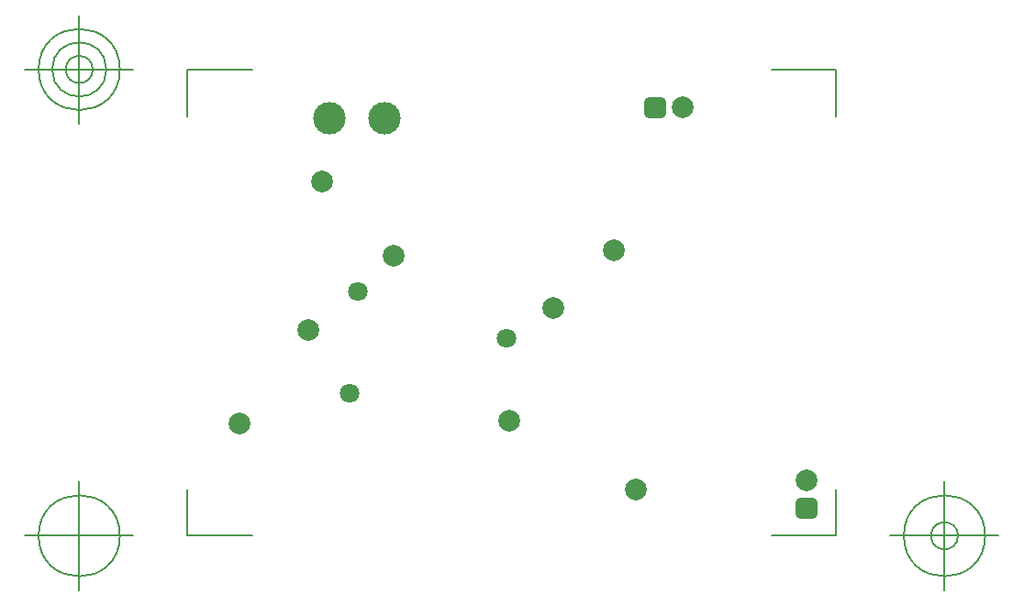
<source format=gbr>
G04 Generated by Ultiboard 14.0 *
%FSLAX34Y34*%
%MOMM*%

%ADD10C,0.0001*%
%ADD11C,0.1270*%
%ADD12C,2.0000*%
%ADD13R,1.0051X1.0051*%
%ADD14C,0.9949*%
%ADD15C,1.8000*%
%ADD16C,3.0000*%


G04 ColorRGB 9900CC for the following layer *
%LNSolder Mask Bottom*%
%LPD*%
G54D10*
G54D11*
X48795Y574580D02*
X48795Y617652D01*
X48795Y574580D02*
X108632Y574580D01*
X647165Y574580D02*
X587328Y574580D01*
X647165Y574580D02*
X647165Y617652D01*
X647165Y1005300D02*
X647165Y962228D01*
X647165Y1005300D02*
X587328Y1005300D01*
X48795Y1005300D02*
X108632Y1005300D01*
X48795Y1005300D02*
X48795Y962228D01*
X-1205Y574580D02*
X-101205Y574580D01*
X-51205Y524580D02*
X-51205Y624580D01*
X-88705Y574580D02*
G75*
D01*
G02X-88705Y574580I37500J0*
G01*
X697165Y574580D02*
X797165Y574580D01*
X747165Y524580D02*
X747165Y624580D01*
X709665Y574580D02*
G75*
D01*
G02X709665Y574580I37500J0*
G01*
X734665Y574580D02*
G75*
D01*
G02X734665Y574580I12500J0*
G01*
X-1205Y1005300D02*
X-101205Y1005300D01*
X-51205Y955300D02*
X-51205Y1055300D01*
X-88705Y1005300D02*
G75*
D01*
G02X-88705Y1005300I37500J0*
G01*
X-76205Y1005300D02*
G75*
D01*
G02X-76205Y1005300I25000J0*
G01*
X-63705Y1005300D02*
G75*
D01*
G02X-63705Y1005300I12500J0*
G01*
G54D12*
X96520Y678180D03*
X505400Y970000D03*
X441960Y838200D03*
X238760Y833120D03*
X172720Y901700D03*
X160020Y764540D03*
X462280Y617220D03*
X345440Y680720D03*
X386080Y784860D03*
X620000Y625400D03*
G54D13*
X480000Y970000D03*
X620000Y600000D03*
G54D14*
X474975Y964975D02*
X485025Y964975D01*
X485025Y975025D01*
X474975Y975025D01*
X474975Y964975D01*D02*
X614975Y594975D02*
X625025Y594975D01*
X625025Y605025D01*
X614975Y605025D01*
X614975Y594975D01*D02*
G54D15*
X205740Y800100D03*
X198120Y706120D03*
X342900Y756920D03*
G54D16*
X180000Y960000D03*
X230800Y960000D03*

M02*

</source>
